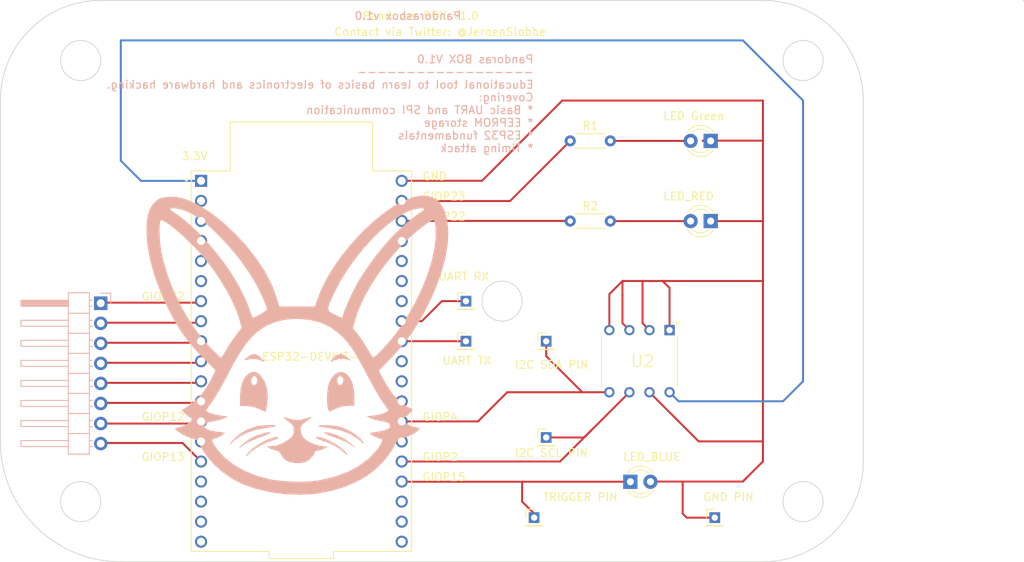
<source format=kicad_pcb>
(kicad_pcb (version 20221018) (generator pcbnew)
  (layers (0 "F.Cu" signal) (31 "B.Cu" signal) (34 "B.Paste" user) (35 "F.Paste" user) (36 "B.SilkS" user "B.Silkscreen") (37 "F.SilkS" user "F.Silkscreen") (38 "B.Mask" user) (39 "F.Mask" user) (44 "Edge.Cuts" user))
  (net 0 "")
  (net 1 "GND")
  (net 2 "Net-(D1-A)")
  (net 3 "Net-(D2-A)")
  (net 4 "Net-(D3-K)")
  (net 5 "Net-(J1-Pin_1)")
  (net 6 "Net-(J1-Pin_2)")
  (net 7 "Net-(J1-Pin_3)")
  (net 8 "Net-(J1-Pin_4)")
  (net 9 "Net-(J1-Pin_5)")
  (net 10 "Net-(J1-Pin_6)")
  (net 11 "Net-(J1-Pin_7)")
  (net 12 "Net-(J1-Pin_8)")
  (net 13 "Net-(U1-IO22)")
  (net 14 "Net-(U1-IO23)")
  (net 15 "Net-(U1-3V3)")
  (net 37 "Net-(J5-Pin_1)")
  (net 38 "Net-(J2-Pin_1)")
  (net 39 "Net-(J6-Pin_1)")
  (net 40 "Net-(J7-Pin_1)")
  (footprint "Connector_PinHeader_2.00mm:PinHeader_1x01_P2.00mm_Vertical" (layer "F.Cu") (at 91.948 154.94)
    (fp_text reference "J7" hide)
    (fp_text value "Conn_01x01_Pin" hide)
    (pad "1" thru_hole rect (at 0 0) (size 1.35 1.35) (drill 0.8) (layers "*.Cu" "*.Mask") (net 40 "Net-(J7-Pin_1)"))
  )
  (footprint "24LC512-I_P:DIP787W46P254L927H533Q8" (layer "F.Cu") (at 113.91 157.47 -90)
    (fp_text reference "U2" (at 0 -0.39 unlocked) (layer "F.SilkS") (effects (font (size 1.5 1.5))))
    (fp_text value "24LC512-I_P" hide)
    (pad "1" thru_hole rect (at -3.935 -3.81 270) (size 1.308 1.308) (drill 0.8) (layers "*.Cu" "*.Mask") (net 1 "GND"))
    (pad "2" thru_hole circle (at -3.935 -1.27 270) (size 1.308 1.308) (drill 0.8) (layers "*.Cu" "*.Mask") (net 1 "GND"))
    (pad "3" thru_hole circle (at -3.935 1.27 270) (size 1.308 1.308) (drill 0.8) (layers "*.Cu" "*.Mask") (net 1 "GND"))
    (pad "4" thru_hole circle (at -3.935 3.81 270) (size 1.308 1.308) (drill 0.8) (layers "*.Cu" "*.Mask") (net 1 "GND"))
    (pad "5" thru_hole circle (at 3.935 3.81 270) (size 1.308 1.308) (drill 0.8) (layers "*.Cu" "*.Mask") (net 37 "Net-(J5-Pin_1)"))
    (pad "6" thru_hole circle (at 3.935 1.27 270) (size 1.308 1.308) (drill 0.8) (layers "*.Cu" "*.Mask") (net 38 "Net-(J2-Pin_1)"))
    (pad "7" thru_hole circle (at 3.935 -1.27 270) (size 1.308 1.308) (drill 0.8) (layers "*.Cu" "*.Mask") (net 1 "GND"))
    (pad "8" thru_hole circle (at 3.935 -3.81 270) (size 1.308 1.308) (drill 0.8) (layers "*.Cu" "*.Mask") (net 15 "Net-(U1-3V3)"))
  )
  (footprint "Resistor_THT:R_Axial_DIN0204_L3.6mm_D1.6mm_P5.08mm_Horizontal" (layer "F.Cu") (at 105.145 139.72)
    (fp_text reference "R2" (at 2.54 -1.92) (layer "F.SilkS"))
    (fp_text value "R_Small" hide)
    (pad "1" thru_hole circle (at 0 0) (size 1.4 1.4) (drill 0.7) (layers "*.Cu" "*.Mask") (net 13 "Net-(U1-IO22)"))
    (pad "2" thru_hole oval (at 5.08 0) (size 1.4 1.4) (drill 0.7) (layers "*.Cu" "*.Mask") (net 3 "Net-(D2-A)"))
  )
  (footprint "ESP32-DEVKITC:MODULE_ESP32-DEVKITC" (layer "F.Cu") (at 71.12 157.47)
    (fp_text reference "U1" hide)
    (fp_text value "vESP32-DEVKITC" hide)
    (pad "1" thru_hole rect (at -12.7 -22.85) (size 1.53 1.53) (drill 1.02) (layers "*.Cu" "*.Mask") (net 15 "Net-(U1-3V3)"))
    (pad "2" thru_hole circle (at -12.7 -20.31) (size 1.53 1.53) (drill 1.02) (layers "*.Cu" "*.Mask"))
    (pad "3" thru_hole circle (at -12.7 -17.77) (size 1.53 1.53) (drill 1.02) (layers "*.Cu" "*.Mask"))
    (pad "4" thru_hole circle (at -12.7 -15.23) (size 1.53 1.53) (drill 1.02) (layers "*.Cu" "*.Mask"))
    (pad "5" thru_hole circle (at -12.7 -12.69) (size 1.53 1.53) (drill 1.02) (layers "*.Cu" "*.Mask"))
    (pad "6" thru_hole circle (at -12.7 -10.15) (size 1.53 1.53) (drill 1.02) (layers "*.Cu" "*.Mask"))
    (pad "7" thru_hole circle (at -12.7 -7.61) (size 1.53 1.53) (drill 1.02) (layers "*.Cu" "*.Mask") (net 5 "Net-(J1-Pin_1)"))
    (pad "8" thru_hole circle (at -12.7 -5.07) (size 1.53 1.53) (drill 1.02) (layers "*.Cu" "*.Mask") (net 6 "Net-(J1-Pin_2)"))
    (pad "9" thru_hole circle (at -12.7 -2.53) (size 1.53 1.53) (drill 1.02) (layers "*.Cu" "*.Mask") (net 7 "Net-(J1-Pin_3)"))
    (pad "10" thru_hole circle (at -12.7 0.01) (size 1.53 1.53) (drill 1.02) (layers "*.Cu" "*.Mask") (net 8 "Net-(J1-Pin_4)"))
    (pad "11" thru_hole circle (at -12.7 2.55) (size 1.53 1.53) (drill 1.02) (layers "*.Cu" "*.Mask") (net 9 "Net-(J1-Pin_5)"))
    (pad "12" thru_hole circle (at -12.7 5.09) (size 1.53 1.53) (drill 1.02) (layers "*.Cu" "*.Mask") (net 10 "Net-(J1-Pin_6)"))
    (pad "13" thru_hole circle (at -12.7 7.63) (size 1.53 1.53) (drill 1.02) (layers "*.Cu" "*.Mask") (net 11 "Net-(J1-Pin_7)"))
    (pad "14" thru_hole circle (at -12.7 10.17) (size 1.53 1.53) (drill 1.02) (layers "*.Cu" "*.Mask"))
    (pad "15" thru_hole circle (at -12.7 12.71) (size 1.53 1.53) (drill 1.02) (layers "*.Cu" "*.Mask") (net 12 "Net-(J1-Pin_8)"))
    (pad "16" thru_hole circle (at -12.7 15.25) (size 1.53 1.53) (drill 1.02) (layers "*.Cu" "*.Mask"))
    (pad "17" thru_hole circle (at -12.7 17.79) (size 1.53 1.53) (drill 1.02) (layers "*.Cu" "*.Mask"))
    (pad "18" thru_hole circle (at -12.7 20.33) (size 1.53 1.53) (drill 1.02) (layers "*.Cu" "*.Mask"))
    (pad "19" thru_hole circle (at -12.7 22.87) (size 1.53 1.53) (drill 1.02) (layers "*.Cu" "*.Mask"))
    (pad "20" thru_hole circle (at 12.7 22.87) (size 1.53 1.53) (drill 1.02) (layers "*.Cu" "*.Mask"))
    (pad "21" thru_hole circle (at 12.7 20.33) (size 1.53 1.53) (drill 1.02) (layers "*.Cu" "*.Mask"))
    (pad "22" thru_hole circle (at 12.7 17.79) (size 1.53 1.53) (drill 1.02) (layers "*.Cu" "*.Mask"))
    (pad "23" thru_hole circle (at 12.7 15.25) (size 1.53 1.53) (drill 1.02) (layers "*.Cu" "*.Mask") (net 4 "Net-(D3-K)"))
    (pad "24" thru_hole circle (at 12.7 12.71) (size 1.53 1.53) (drill 1.02) (layers "*.Cu" "*.Mask") (net 38 "Net-(J2-Pin_1)"))
    (pad "25" thru_hole circle (at 12.7 10.17) (size 1.53 1.53) (drill 1.02) (layers "*.Cu" "*.Mask"))
    (pad "26" thru_hole circle (at 12.7 7.63) (size 1.53 1.53) (drill 1.02) (layers "*.Cu" "*.Mask") (net 37 "Net-(J5-Pin_1)"))
    (pad "27" thru_hole circle (at 12.7 5.09) (size 1.53 1.53) (drill 1.02) (layers "*.Cu" "*.Mask"))
    (pad "28" thru_hole circle (at 12.7 2.55) (size 1.53 1.53) (drill 1.02) (layers "*.Cu" "*.Mask"))
    (pad "29" thru_hole circle (at 12.7 0.01) (size 1.53 1.53) (drill 1.02) (layers "*.Cu" "*.Mask"))
    (pad "30" thru_hole circle (at 12.7 -2.53) (size 1.53 1.53) (drill 1.02) (layers "*.Cu" "*.Mask") (net 40 "Net-(J7-Pin_1)"))
    (pad "31" thru_hole circle (at 12.7 -5.07) (size 1.53 1.53) (drill 1.02) (layers "*.Cu" "*.Mask") (net 39 "Net-(J6-Pin_1)"))
    (pad "32" thru_hole circle (at 12.7 -7.61) (size 1.53 1.53) (drill 1.02) (layers "*.Cu" "*.Mask"))
    (pad "33" thru_hole circle (at 12.7 -10.15) (size 1.53 1.53) (drill 1.02) (layers "*.Cu" "*.Mask"))
    (pad "34" thru_hole circle (at 12.7 -12.69) (size 1.53 1.53) (drill 1.02) (layers "*.Cu" "*.Mask"))
    (pad "35" thru_hole circle (at 12.7 -15.23) (size 1.53 1.53) (drill 1.02) (layers "*.Cu" "*.Mask"))
    (pad "36" thru_hole circle (at 12.7 -17.77) (size 1.53 1.53) (drill 1.02) (layers "*.Cu" "*.Mask") (net 13 "Net-(U1-IO22)"))
    (pad "37" thru_hole circle (at 12.7 -20.31) (size 1.53 1.53) (drill 1.02) (layers "*.Cu" "*.Mask") (net 14 "Net-(U1-IO23)"))
    (pad "38" thru_hole circle (at 12.7 -22.85) (size 1.53 1.53) (drill 1.02) (layers "*.Cu" "*.Mask") (net 1 "GND"))
  )
  (footprint "Connector_PinHeader_2.00mm:PinHeader_1x01_P2.00mm_Vertical" (layer "F.Cu") (at 102.108 167.132)
    (fp_text reference "J2" hide)
    (fp_text value "Conn_01x01_Pin" hide)
    (pad "1" thru_hole rect (at 0 0) (size 1.35 1.35) (drill 0.8) (layers "*.Cu" "*.Mask") (net 38 "Net-(J2-Pin_1)"))
  )
  (footprint "Connector_PinHeader_2.00mm:PinHeader_1x01_P2.00mm_Vertical" (layer "F.Cu") (at 91.948 149.86)
    (fp_text reference "J6" hide)
    (fp_text value "Conn_01x01_Pin" hide)
    (pad "1" thru_hole rect (at 0 0) (size 1.35 1.35) (drill 0.8) (layers "*.Cu" "*.Mask") (net 39 "Net-(J6-Pin_1)"))
  )
  (footprint "Connector_PinHeader_2.00mm:PinHeader_1x01_P2.00mm_Vertical" (layer "F.Cu") (at 123.444 177.292)
    (fp_text reference "J4" hide)
    (fp_text value "Conn_01x01_Pin" hide)
    (pad "1" thru_hole rect (at 0 0) (size 1.35 1.35) (drill 0.8) (layers "*.Cu" "*.Mask") (net 1 "GND"))
  )
  (footprint "LED_THT:LED_D3.0mm_Clear" (layer "F.Cu") (at 112.765 172.74)
    (fp_text reference "D3" hide)
    (fp_text value "LED" hide)
    (pad "1" thru_hole rect (at 0 0) (size 1.8 1.8) (drill 0.9) (layers "*.Cu" "*.Mask") (net 4 "Net-(D3-K)"))
    (pad "2" thru_hole circle (at 2.54 0) (size 1.8 1.8) (drill 0.9) (layers "*.Cu" "*.Mask") (net 1 "GND"))
  )
  (footprint "Connector_PinHeader_2.00mm:PinHeader_1x01_P2.00mm_Vertical" (layer "F.Cu") (at 102.108 154.94)
    (fp_text reference "J5" hide)
    (fp_text value "Conn_01x01_Pin" hide)
    (pad "1" thru_hole rect (at 0 0) (size 1.35 1.35) (drill 0.8) (layers "*.Cu" "*.Mask") (net 37 "Net-(J5-Pin_1)"))
  )
  (footprint "Connector_PinHeader_2.00mm:PinHeader_1x01_P2.00mm_Vertical" (layer "F.Cu") (at 100.584 177.292)
    (fp_text reference "J3" hide)
    (fp_text value "Conn_01x01_Pin" hide)
    (pad "1" thru_hole rect (at 0 0) (size 1.35 1.35) (drill 0.8) (layers "*.Cu" "*.Mask") (net 4 "Net-(D3-K)"))
  )
  (footprint "LED_THT:LED_D3.0mm_Clear" (layer "F.Cu") (at 122.925 139.72 180)
    (fp_text reference "D2" hide)
    (fp_text value "LED" hide)
    (pad "1" thru_hole rect (at 0 0 180) (size 1.8 1.8) (drill 0.9) (layers "*.Cu" "*.Mask") (net 1 "GND"))
    (pad "2" thru_hole circle (at 2.54 0 180) (size 1.8 1.8) (drill 0.9) (layers "*.Cu" "*.Mask") (net 3 "Net-(D2-A)"))
  )
  (footprint "Resistor_THT:R_Axial_DIN0204_L3.6mm_D1.6mm_P5.08mm_Horizontal" (layer "F.Cu") (at 105.145 129.56)
    (fp_text reference "R1" (at 2.54 -1.92) (layer "F.SilkS"))
    (fp_text value "R_Small" hide)
    (pad "1" thru_hole circle (at 0 0) (size 1.4 1.4) (drill 0.7) (layers "*.Cu" "*.Mask") (net 14 "Net-(U1-IO23)"))
    (pad "2" thru_hole oval (at 5.08 0) (size 1.4 1.4) (drill 0.7) (layers "*.Cu" "*.Mask") (net 2 "Net-(D1-A)"))
  )
  (footprint "LED_THT:LED_D3.0mm_Clear" (layer "F.Cu") (at 122.925 129.56 180)
    (fp_text reference "D1" hide)
    (fp_text value "LED" hide)
    (pad "1" thru_hole rect (at 0 0 180) (size 1.8 1.8) (drill 0.9) (layers "*.Cu" "*.Mask") (net 1 "GND"))
    (pad "2" thru_hole circle (at 2.54 0 180) (size 1.8 1.8) (drill 0.9) (layers "*.Cu" "*.Mask") (net 2 "Net-(D1-A)"))
  )
  (footprint "Connector_PinHeader_2.54mm:PinHeader_1x08_P2.54mm_Horizontal" (layer "B.Cu") (at 45.72 150.129 180)
    (fp_text reference "J1" hide)
    (fp_text value "Conn_01x08_Pin" hide)
    (pad "1" thru_hole rect (at 0 0 180) (size 1.7 1.7) (drill 1) (layers "*.Cu" "*.Mask") (net 5 "Net-(J1-Pin_1)"))
    (pad "2" thru_hole oval (at 0 -2.54 180) (size 1.7 1.7) (drill 1) (layers "*.Cu" "*.Mask") (net 6 "Net-(J1-Pin_2)"))
    (pad "3" thru_hole oval (at 0 -5.08 180) (size 1.7 1.7) (drill 1) (layers "*.Cu" "*.Mask") (net 7 "Net-(J1-Pin_3)"))
    (pad "4" thru_hole oval (at 0 -7.62 180) (size 1.7 1.7) (drill 1) (layers "*.Cu" "*.Mask") (net 8 "Net-(J1-Pin_4)"))
    (pad "5" thru_hole oval (at 0 -10.16 180) (size 1.7 1.7) (drill 1) (layers "*.Cu" "*.Mask") (net 9 "Net-(J1-Pin_5)"))
    (pad "6" thru_hole oval (at 0 -12.7 180) (size 1.7 1.7) (drill 1) (layers "*.Cu" "*.Mask") (net 10 "Net-(J1-Pin_6)"))
    (pad "7" thru_hole oval (at 0 -15.24 180) (size 1.7 1.7) (drill 1) (layers "*.Cu" "*.Mask") (net 11 "Net-(J1-Pin_7)"))
    (pad "8" thru_hole oval (at 0 -17.78 180) (size 1.7 1.7) (drill 1) (layers "*.Cu" "*.Mask") (net 12 "Net-(J1-Pin_8)"))
  )
  (footprint "LOGO" (layer "B.Cu") (at 68.520868 155.367556 180)
    (fp_text reference "G***" hide)
    (fp_text value "LOGO" hide)
  )
  (gr_circle (center 43.18 119.38) (end 43.18 116.84) (stroke (width 0.1)) (fill none) (layer "Edge.Cuts"))
  (gr_arc (start 142.24 170.18) (mid 138.520256 179.160256) (end 129.54 182.88) (stroke (width 0.1)) (layer "Edge.Cuts"))
  (gr_line (start 142.24 124.46) (end 142.24 170.18) (stroke (width 0.1)) (layer "Edge.Cuts"))
  (gr_circle (center 43.18 175.26) (end 43.18 172.72) (stroke (width 0.1)) (fill none) (layer "Edge.Cuts"))
  (gr_line (start 33.02 124.46) (end 33.02 167.64) (stroke (width 0.1)) (layer "Edge.Cuts"))
  (gr_arc (start 48.26 182.88) (mid 37.483693 178.416307) (end 33.02 167.64) (stroke (width 0.1)) (layer "Edge.Cuts"))
  (gr_line (start 45.72 111.76) (end 129.54 111.76) (stroke (width 0.1)) (layer "Edge.Cuts"))
  (gr_circle (center 134.62 175.26) (end 134.62 172.72) (stroke (width 0.1)) (fill none) (layer "Edge.Cuts"))
  (gr_arc (start 129.54 111.76) (mid 138.520256 115.479744) (end 142.24 124.46) (stroke (width 0.1)) (layer "Edge.Cuts"))
  (gr_arc (start 33.02 124.46) (mid 36.739744 115.479744) (end 45.72 111.76) (stroke (width 0.1)) (layer "Edge.Cuts"))
  (gr_circle (center 96.52 149.86) (end 96.52 147.32) (stroke (width 0.1)) (fill none) (layer "Edge.Cuts"))
  (gr_line (start 48.26 182.88) (end 129.54 182.88) (stroke (width 0.1)) (layer "Edge.Cuts"))
  (gr_circle (center 134.62 119.38) (end 134.62 116.84) (stroke (width 0.1)) (fill none) (layer "Edge.Cuts"))
  (gr_circle (center 162.56 111.76) (end 162.56 111.76) (stroke (width 0.1)) (fill none) (layer "Edge.Cuts"))
  (gr_text "Pandoras BOX V1.0\n------------------\nEducational tool to learn basics of electronics and hardware hacking.\nCovering:\n* Basic UART and SPI communication\n* EEPROM storage\n* ESP32 fundamentals\n* Timing attack\n" (at 100.584 131.064) (layer "B.SilkS") (effects (font (size 1 1)) (justify left bottom mirror)))
  (gr_text "Pandorasbox v1.0" (at 91.44 114.3) (layer "B.SilkS") (effects (font (size 1 1)) (justify left bottom mirror)))
  (gr_text "GND" (at 86.36 134.62) (layer "F.SilkS") (effects (font (size 1 1)) (justify left bottom)))
  (gr_text "I2C SDA PIN" (at 98.044 158.496) (layer "F.SilkS") (effects (font (size 1 1)) (justify left bottom)))
  (gr_text "I2C SCL PIN" (at 98.044 169.672) (layer "F.SilkS") (effects (font (size 1 1)) (justify left bottom)))
  (gr_text "GIOP2" (at 86.36 170.18) (layer "F.SilkS") (effects (font (size 1 1)) (justify left bottom)))
  (gr_text "UART TX" (at 88.9 157.988) (layer "F.SilkS") (effects (font (size 1 1)) (justify left bottom)))
  (gr_text "LED_BLUE" (at 111.76 170.18) (layer "F.SilkS") (effects (font (size 1 1)) (justify left bottom)))
  (gr_text "GIOP23" (at 86.36 137.16) (layer "F.SilkS") (effects (font (size 1 1)) (justify left bottom)))
  (gr_text "TRIGGER PIN" (at 101.6 175.26) (layer "F.SilkS") (effects (font (size 1 1)) (justify left bottom)))
  (gr_text "Pandoras BOX V1.0" (at 78.74 114.3) (layer "F.SilkS") (effects (font (size 1 1)) (justify left bottom)))
  (gr_text "GIOP32" (at 50.8 149.86) (layer "F.SilkS") (effects (font (size 1 1)) (justify left bottom)))
  (gr_text "UART RX" (at 88.392 147.32) (layer "F.SilkS") (effects (font (size 1 1)) (justify left bottom)))
  (gr_text "LED_RED" (at 116.84 137.16) (layer "F.SilkS") (effects (font (size 1 1)) (justify left bottom)))
  (gr_text "ESP32-DEVKIT-C" (at 66.04 157.48) (layer "F.SilkS") (effects (font (size 1 1)) (justify left bottom)))
  (gr_text "GIOP22" (at 86.36 139.7) (layer "F.SilkS") (effects (font (size 1 1)) (justify left bottom)))
  (gr_text "GIOP15" (at 86.36 172.72) (layer "F.SilkS") (effects (font (size 1 1)) (justify left bottom)))
  (gr_text "GND PIN" (at 121.92 175.26) (layer "F.SilkS") (effects (font (size 1 1)) (justify left bottom)))
  (gr_text "Contact via Twitter: @JeroenSlobbe" (at 75.184 116.332) (layer "F.SilkS") (effects (font (size 1 1)) (justify left bottom)))
  (gr_text "GIOP4" (at 86.36 165.1) (layer "F.SilkS") (effects (font (size 1 1)) (justify left bottom)))
  (gr_text "GIOP13" (at 50.8 170.18) (layer "F.SilkS") (effects (font (size 1 1)) (justify left bottom)))
  (gr_text "GIOP12" (at 50.8 165.1) (layer "F.SilkS") (effects (font (size 1 1)) (justify left bottom)))
  (gr_text "LED Green" (at 116.84 127) (layer "F.SilkS") (effects (font (size 1 1)) (justify left bottom)))
  (gr_text "3.3V" (at 55.88 132.08) (layer "F.SilkS") (effects (font (size 1 1)) (justify left bottom)))
  (segment (start 117.72 148.19) (end 116.84 147.31) (width 0.25) (layer "F.Cu") (net 1))
  (segment (start 119.888 177.292) (end 123.444 177.292) (width 0.25) (layer "F.Cu") (net 1))
  (segment (start 127.503 172.207) (end 126.97 172.74) (width 0.25) (layer "F.Cu") (net 1))
  (segment (start 115.305 172.74) (end 115.305 172.731) (width 0.25) (layer "F.Cu") (net 1))
  (segment (start 121.95 129.56) (end 121.92 129.53) (width 0.25) (layer "F.Cu") (net 1))
  (segment (start 119.38 172.72) (end 119.38 176.784) (width 0.25) (layer "F.Cu") (net 1))
  (segment (start 111.76 147.31) (end 110.1 148.97) (width 0.25) (layer "F.Cu") (net 1))
  (segment (start 114.3 152.655) (end 114.3 147.31) (width 0.25) (layer "F.Cu") (net 1))
  (segment (start 116.84 147.31) (end 114.3 147.31) (width 0.25) (layer "F.Cu") (net 1))
  (segment (start 115.316 172.72) (end 119.38 172.72) (width 0.25) (layer "F.Cu") (net 1))
  (segment (start 129.54 139.69) (end 129.54 147.31) (width 0.25) (layer "F.Cu") (net 1))
  (segment (start 115.18 161.405) (end 121.405 167.63) (width 0.25) (layer "F.Cu") (net 1))
  (segment (start 83.82 134.62) (end 83.82 134.61) (width 0.25) (layer "F.Cu") (net 1))
  (segment (start 117.72 153.535) (end 117.72 148.19) (width 0.25) (layer "F.Cu") (net 1))
  (segment (start 129.54 124.45) (end 129.54 129.53) (width 0.25) (layer "F.Cu") (net 1))
  (segment (start 122.925 129.56) (end 121.95 129.56) (width 0.25) (layer "F.Cu") (net 1))
  (segment (start 114.3 147.31) (end 111.76 147.31) (width 0.25) (layer "F.Cu") (net 1))
  (segment (start 121.405 167.63) (end 129.54 167.63) (width 0.25) (layer "F.Cu") (net 1))
  (segment (start 115.305 172.731) (end 115.316 172.72) (width 0.25) (layer "F.Cu") (net 1))
  (segment (start 122.925 139.72) (end 129.51 139.72) (width 0.25) (layer "F.Cu") (net 1))
  (segment (start 129.54 129.53) (end 129.54 139.69) (width 0.25) (layer "F.Cu") (net 1))
  (segment (start 111.76 152.655) (end 111.76 147.31) (width 0.25) (layer "F.Cu") (net 1))
  (segment (start 112.64 153.535) (end 111.76 152.655) (width 0.25) (layer "F.Cu") (net 1))
  (segment (start 93.98 134.61) (end 104.14 124.45) (width 0.25) (layer "F.Cu") (net 1))
  (segment (start 110.1 148.97) (end 110.1 153.535) (width 0.25) (layer "F.Cu") (net 1))
  (segment (start 119.38 176.784) (end 119.888 177.292) (width 0.25) (layer "F.Cu") (net 1))
  (segment (start 83.82 134.61) (end 93.98 134.61) (width 0.25) (layer "F.Cu") (net 1))
  (segment (start 129.54 147.31) (end 129.54 167.63) (width 0.25) (layer "F.Cu") (net 1))
  (segment (start 129.54 167.63) (end 129.54 170.17) (width 0.25) (layer "F.Cu") (net 1))
  (segment (start 129.51 139.72) (end 129.54 139.69) (width 0.25) (layer "F.Cu") (net 1))
  (segment (start 126.99 172.72) (end 127.503 172.207) (width 0.25) (layer "F.Cu") (net 1))
  (segment (start 104.14 124.45) (end 129.54 124.45) (width 0.25) (layer "F.Cu") (net 1))
  (segment (start 129.54 147.31) (end 116.84 147.31) (width 0.25) (layer "F.Cu") (net 1))
  (segment (start 115.18 153.535) (end 114.3 152.655) (width 0.25) (layer "F.Cu") (net 1))
  (segment (start 129.54 170.17) (end 127.503 172.207) (width 0.25) (layer "F.Cu") (net 1))
  (segment (start 121.92 129.53) (end 129.54 129.53) (width 0.25) (layer "F.Cu") (net 1))
  (segment (start 119.38 172.72) (end 126.99 172.72) (width 0.25) (layer "F.Cu") (net 1))
  (segment (start 110.225 129.56) (end 120.385 129.56) (width 0.25) (layer "F.Cu") (net 2))
  (segment (start 110.225 139.72) (end 120.385 139.72) (width 0.25) (layer "F.Cu") (net 3))
  (segment (start 100.584 177.292) (end 100.584 176.784) (width 0.25) (layer "F.Cu") (net 4))
  (segment (start 84.348 172.74) (end 99.06 172.74) (width 0.25) (layer "F.Cu") (net 4))
  (segment (start 99.06 175.26) (end 99.06 172.74) (width 0.25) (layer "F.Cu") (net 4))
  (segment (start 83.82 172.72) (end 84.328 172.72) (width 0.25) (layer "F.Cu") (net 4))
  (segment (start 100.584 176.784) (end 99.06 175.26) (width 0.25) (layer "F.Cu") (net 4))
  (segment (start 84.328 172.72) (end 84.348 172.74) (width 0.25) (layer "F.Cu") (net 4))
  (segment (start 99.06 172.74) (end 112.765 172.74) (width 0.25) (layer "F.Cu") (net 4))
  (segment (start 45.72 150.052) (end 58.228 150.052) (width 0.25) (layer "F.Cu") (net 5))
  (segment (start 58.228 150.052) (end 58.42 149.86) (width 0.25) (layer "F.Cu") (net 5))
  (segment (start 45.72 152.592) (end 58.228 152.592) (width 0.25) (layer "F.Cu") (net 6))
  (segment (start 58.228 152.592) (end 58.42 152.4) (width 0.25) (layer "F.Cu") (net 6))
  (segment (start 58.228 155.132) (end 58.42 154.94) (width 0.25) (layer "F.Cu") (net 7))
  (segment (start 45.72 155.132) (end 58.228 155.132) (width 0.25) (layer "F.Cu") (net 7))
  (segment (start 58.228 157.672) (end 58.42 157.48) (width 0.25) (layer "F.Cu") (net 8))
  (segment (start 45.72 157.672) (end 58.228 157.672) (width 0.25) (layer "F.Cu") (net 8))
  (segment (start 58.228 160.212) (end 58.42 160.02) (width 0.25) (layer "F.Cu") (net 9))
  (segment (start 45.72 160.212) (end 58.228 160.212) (width 0.25) (layer "F.Cu") (net 9))
  (segment (start 58.228 162.752) (end 58.42 162.56) (width 0.25) (layer "F.Cu") (net 10))
  (segment (start 45.72 162.752) (end 58.228 162.752) (width 0.25) (layer "F.Cu") (net 10))
  (segment (start 58.228 165.292) (end 58.42 165.1) (width 0.25) (layer "F.Cu") (net 11))
  (segment (start 45.72 165.369) (end 58.228 165.369) (width 0.25) (layer "F.Cu") (net 11))
  (segment (start 56.072 167.832) (end 58.42 170.18) (width 0.25) (layer "F.Cu") (net 12))
  (segment (start 45.72 167.832) (end 56.072 167.832) (width 0.25) (layer "F.Cu") (net 12))
  (segment (start 105.125 139.7) (end 105.145 139.72) (width 0.25) (layer "F.Cu") (net 13))
  (segment (start 83.82 139.7) (end 105.125 139.7) (width 0.25) (layer "F.Cu") (net 13))
  (segment (start 97.525 137.18) (end 105.145 129.56) (width 0.25) (layer "F.Cu") (net 14))
  (segment (start 83.82 137.16) (end 84.805 137.16) (width 0.25) (layer "F.Cu") (net 14))
  (segment (start 84.825 137.18) (end 97.525 137.18) (width 0.25) (layer "F.Cu") (net 14))
  (segment (start 84.805 137.16) (end 84.825 137.18) (width 0.25) (layer "F.Cu") (net 14))
  (segment (start 118.865 162.55) (end 117.72 161.405) (width 0.25) (layer "B.Cu") (net 15))
  (segment (start 48.26 116.83) (end 127 116.83) (width 0.25) (layer "B.Cu") (net 15))
  (segment (start 50.81 134.62) (end 48.26 132.07) (width 0.25) (layer "B.Cu") (net 15))
  (segment (start 134.62 160.01) (end 132.08 162.55) (width 0.25) (layer "B.Cu") (net 15))
  (segment (start 48.26 132.07) (end 48.26 116.83) (width 0.25) (layer "B.Cu") (net 15))
  (segment (start 132.08 162.55) (end 118.865 162.55) (width 0.25) (layer "B.Cu") (net 15))
  (segment (start 58.42 134.62) (end 50.81 134.62) (width 0.25) (layer "B.Cu") (net 15))
  (segment (start 134.62 124.45) (end 134.62 160.01) (width 0.25) (layer "B.Cu") (net 15))
  (segment (start 127 116.83) (end 134.62 124.45) (width 0.25) (layer "B.Cu") (net 15))
  (segment (start 102.108 156.833) (end 106.68 161.405) (width 0.25) (layer "F.Cu") (net 37))
  (segment (start 102.108 154.94) (end 102.108 156.833) (width 0.25) (layer "F.Cu") (net 37))
  (segment (start 93.472 165.1) (end 97.167 161.405) (width 0.25) (layer "F.Cu") (net 37))
  (segment (start 83.82 165.1) (end 93.472 165.1) (width 0.25) (layer "F.Cu") (net 37))
  (segment (start 97.167 161.405) (end 106.68 161.405) (width 0.25) (layer "F.Cu") (net 37))
  (segment (start 106.68 161.405) (end 110.1 161.405) (width 0.25) (layer "F.Cu") (net 37))
  (segment (start 106.913 167.132) (end 107.8125 166.2325) (width 0.25) (layer "F.Cu") (net 38))
  (segment (start 102.108 167.132) (end 106.913 167.132) (width 0.25) (layer "F.Cu") (net 38))
  (segment (start 83.82 170.18) (end 103.865 170.18) (width 0.25) (layer "F.Cu") (net 38))
  (segment (start 103.865 170.18) (end 107.8125 166.2325) (width 0.25) (layer "F.Cu") (net 38))
  (segment (start 107.8125 166.2325) (end 112.64 161.405) (width 0.25) (layer "F.Cu") (net 38))
  (segment (start 83.82 152.4) (end 86.36 152.4) (width 0.25) (layer "F.Cu") (net 39))
  (segment (start 86.36 152.4) (end 88.9 149.86) (width 0.25) (layer "F.Cu") (net 39))
  (segment (start 88.9 149.86) (end 91.948 149.86) (width 0.25) (layer "F.Cu") (net 39))
  (segment (start 83.82 154.94) (end 91.948 154.94) (width 0.25) (layer "F.Cu") (net 40))
)
</source>
